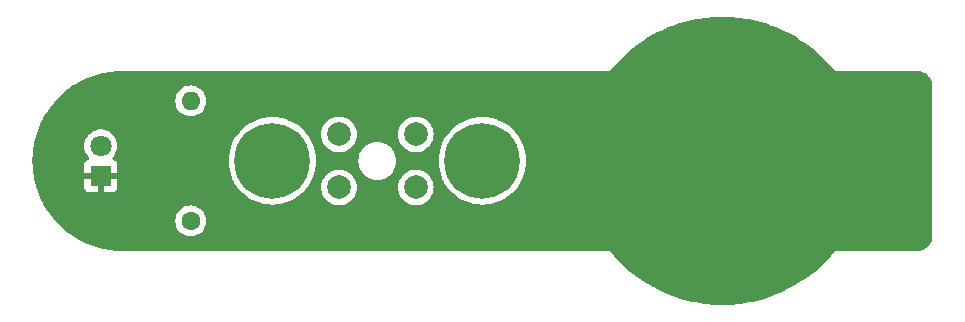
<source format=gbr>
%TF.GenerationSoftware,KiCad,Pcbnew,(7.0.0)*%
%TF.CreationDate,2023-02-26T22:34:47+01:00*%
%TF.ProjectId,Prj_1_LED_torch,50726a5f-315f-44c4-9544-5f746f726368,0.1*%
%TF.SameCoordinates,Original*%
%TF.FileFunction,Copper,L2,Bot*%
%TF.FilePolarity,Positive*%
%FSLAX46Y46*%
G04 Gerber Fmt 4.6, Leading zero omitted, Abs format (unit mm)*
G04 Created by KiCad (PCBNEW (7.0.0)) date 2023-02-26 22:34:47*
%MOMM*%
%LPD*%
G01*
G04 APERTURE LIST*
%TA.AperFunction,ComponentPad*%
%ADD10C,6.400000*%
%TD*%
%TA.AperFunction,ComponentPad*%
%ADD11C,2.000000*%
%TD*%
%TA.AperFunction,ComponentPad*%
%ADD12R,1.800000X1.800000*%
%TD*%
%TA.AperFunction,ComponentPad*%
%ADD13C,1.800000*%
%TD*%
%TA.AperFunction,ComponentPad*%
%ADD14C,1.600000*%
%TD*%
%TA.AperFunction,ComponentPad*%
%ADD15O,1.600000X1.600000*%
%TD*%
G04 APERTURE END LIST*
D10*
%TO.P,MH_1,1*%
%TO.N,N/C*%
X123190000Y-146050000D03*
%TD*%
%TO.P,MH_2,1*%
%TO.N,N/C*%
X140970000Y-146050000D03*
%TD*%
D11*
%TO.P,SW1,1,A*%
%TO.N,/bat_pos*%
X128830000Y-143800000D03*
X135330000Y-143800000D03*
%TO.P,SW1,2,B*%
%TO.N,Net-(SW1A-B)*%
X128830000Y-148300000D03*
X135330000Y-148300000D03*
%TD*%
D12*
%TO.P,D1,1,K*%
%TO.N,/LED_Cathode*%
X108659999Y-147319999D03*
D13*
%TO.P,D1,2,A*%
%TO.N,/LED_Anode*%
X108660000Y-144780000D03*
%TD*%
D14*
%TO.P,R1,1*%
%TO.N,Net-(SW1A-B)*%
X116280000Y-151130000D03*
D15*
%TO.P,R1,2*%
%TO.N,/LED_Anode*%
X116279999Y-140969999D03*
%TD*%
%TA.AperFunction,Conductor*%
%TO.N,/LED_Cathode*%
G36*
X161455766Y-133857192D02*
G01*
X161817561Y-133867326D01*
X161821048Y-133867475D01*
X162145210Y-133886236D01*
X162148344Y-133886459D01*
X162509141Y-133916839D01*
X162512893Y-133917215D01*
X162835234Y-133954651D01*
X162838084Y-133955017D01*
X163196819Y-134005574D01*
X163200832Y-134006208D01*
X163520152Y-134062150D01*
X163522825Y-134062650D01*
X163878409Y-134133256D01*
X163882645Y-134134174D01*
X164197682Y-134208351D01*
X164200141Y-134208957D01*
X164551688Y-134299476D01*
X164556044Y-134300684D01*
X164865862Y-134392817D01*
X164867874Y-134393437D01*
X165214487Y-134503710D01*
X165218956Y-134505228D01*
X165522131Y-134614818D01*
X165524015Y-134615517D01*
X165605076Y-134646402D01*
X165864567Y-134745269D01*
X165869239Y-134747158D01*
X166164565Y-134873648D01*
X166166185Y-134874357D01*
X166499973Y-135023428D01*
X166504693Y-135025657D01*
X166790893Y-135168340D01*
X166792388Y-135169098D01*
X167118528Y-135337248D01*
X167123338Y-135339864D01*
X167399115Y-135497870D01*
X167400372Y-135498600D01*
X167718310Y-135685754D01*
X167723121Y-135688737D01*
X167987027Y-135860925D01*
X167988012Y-135861574D01*
X168297292Y-136067776D01*
X168302114Y-136071161D01*
X168551072Y-136254943D01*
X168552434Y-136255948D01*
X168553242Y-136256550D01*
X168853669Y-136482123D01*
X168858466Y-136485915D01*
X169092741Y-136680740D01*
X169093291Y-136681201D01*
X169385589Y-136927420D01*
X169390352Y-136931647D01*
X169604450Y-137131714D01*
X169604858Y-137132097D01*
X169891379Y-137402273D01*
X169896064Y-137406933D01*
X170079074Y-137598923D01*
X170079259Y-137599211D01*
X170079306Y-137599167D01*
X170369374Y-137905124D01*
X170373935Y-137910210D01*
X170456673Y-138007716D01*
X170808968Y-138423654D01*
X170814567Y-138430264D01*
X170814616Y-138430383D01*
X170814689Y-138430413D01*
X170814921Y-138430703D01*
X170815175Y-138430500D01*
X177795126Y-138430500D01*
X177804853Y-138430882D01*
X177807530Y-138431092D01*
X177856632Y-138434957D01*
X177857244Y-138435008D01*
X177997579Y-138447285D01*
X178015698Y-138450236D01*
X178094494Y-138469153D01*
X178097476Y-138469910D01*
X178202793Y-138498130D01*
X178218150Y-138503343D01*
X178246451Y-138515065D01*
X178298496Y-138536622D01*
X178303376Y-138538770D01*
X178396788Y-138582329D01*
X178409135Y-138588963D01*
X178485163Y-138635553D01*
X178491477Y-138639694D01*
X178574166Y-138697594D01*
X178583551Y-138704860D01*
X178651975Y-138763299D01*
X178659124Y-138769908D01*
X178730090Y-138840874D01*
X178736699Y-138848023D01*
X178795135Y-138916442D01*
X178802410Y-138925839D01*
X178835869Y-138973624D01*
X178860299Y-139008513D01*
X178864451Y-139014845D01*
X178911028Y-139090852D01*
X178917676Y-139103224D01*
X178932221Y-139134414D01*
X178961208Y-139196577D01*
X178963388Y-139201531D01*
X178996655Y-139281848D01*
X179001868Y-139297205D01*
X179030067Y-139402442D01*
X179030866Y-139405589D01*
X179049760Y-139484290D01*
X179052714Y-139502430D01*
X179064967Y-139642487D01*
X179065057Y-139643562D01*
X179069118Y-139695145D01*
X179069500Y-139704877D01*
X179069500Y-152395123D01*
X179069117Y-152404855D01*
X179065056Y-152456436D01*
X179064967Y-152457511D01*
X179052714Y-152597568D01*
X179049760Y-152615708D01*
X179030866Y-152694409D01*
X179030067Y-152697556D01*
X179001868Y-152802793D01*
X178996655Y-152818150D01*
X178963388Y-152898467D01*
X178961208Y-152903421D01*
X178917680Y-152996767D01*
X178911025Y-153009153D01*
X178864451Y-153085153D01*
X178860299Y-153091485D01*
X178802414Y-153174154D01*
X178795129Y-153183563D01*
X178736699Y-153251975D01*
X178730090Y-153259124D01*
X178659124Y-153330090D01*
X178651975Y-153336699D01*
X178583563Y-153395129D01*
X178574154Y-153402414D01*
X178491485Y-153460299D01*
X178485153Y-153464451D01*
X178409153Y-153511025D01*
X178396767Y-153517680D01*
X178303421Y-153561208D01*
X178298467Y-153563388D01*
X178218150Y-153596655D01*
X178202793Y-153601868D01*
X178097556Y-153630067D01*
X178094409Y-153630866D01*
X178015708Y-153649760D01*
X177997568Y-153652714D01*
X177857511Y-153664967D01*
X177856436Y-153665056D01*
X177804855Y-153669117D01*
X177795123Y-153669500D01*
X170815175Y-153669500D01*
X170814921Y-153669297D01*
X170814689Y-153669586D01*
X170814616Y-153669617D01*
X170814567Y-153669735D01*
X170809156Y-153676123D01*
X170809155Y-153676124D01*
X170456586Y-154092387D01*
X170456513Y-154092473D01*
X170373927Y-154189798D01*
X170369366Y-154194882D01*
X170079306Y-154500831D01*
X170079074Y-154501075D01*
X169896064Y-154693065D01*
X169891379Y-154697725D01*
X169604858Y-154967901D01*
X169604450Y-154968284D01*
X169390352Y-155168351D01*
X169385577Y-155172588D01*
X169093342Y-155418755D01*
X169092741Y-155419258D01*
X168858484Y-155614069D01*
X168853651Y-155617889D01*
X168553242Y-155843448D01*
X168552434Y-155844050D01*
X168302132Y-156028825D01*
X168297273Y-156032235D01*
X167988055Y-156238395D01*
X167987027Y-156239073D01*
X167723142Y-156411247D01*
X167718287Y-156414258D01*
X167400374Y-156601397D01*
X167399115Y-156602128D01*
X167123338Y-156760134D01*
X167118517Y-156762756D01*
X166792391Y-156930898D01*
X166790893Y-156931658D01*
X166504713Y-157074331D01*
X166499953Y-157076579D01*
X166166248Y-157225613D01*
X166164504Y-157226376D01*
X165869239Y-157352840D01*
X165864567Y-157354729D01*
X165524038Y-157484472D01*
X165522042Y-157485213D01*
X165219000Y-157594755D01*
X165214440Y-157596304D01*
X164867994Y-157706524D01*
X164865746Y-157707216D01*
X164556078Y-157799304D01*
X164551653Y-157800531D01*
X164200162Y-157891036D01*
X164197661Y-157891652D01*
X163882678Y-157965816D01*
X163878409Y-157966742D01*
X163522825Y-158037348D01*
X163520072Y-158037863D01*
X163200867Y-158093784D01*
X163196774Y-158094431D01*
X162838158Y-158144971D01*
X162835159Y-158145356D01*
X162512966Y-158182775D01*
X162509065Y-158183166D01*
X162148396Y-158213535D01*
X162145157Y-158213765D01*
X161821149Y-158232518D01*
X161817456Y-158232676D01*
X161455767Y-158242807D01*
X161452295Y-158242856D01*
X161127705Y-158242856D01*
X161124233Y-158242807D01*
X160762542Y-158232676D01*
X160758849Y-158232518D01*
X160434841Y-158213765D01*
X160431602Y-158213535D01*
X160070933Y-158183166D01*
X160067032Y-158182775D01*
X159744839Y-158145356D01*
X159741840Y-158144971D01*
X159383224Y-158094431D01*
X159379131Y-158093784D01*
X159059926Y-158037863D01*
X159057173Y-158037348D01*
X158701589Y-157966742D01*
X158697320Y-157965816D01*
X158382337Y-157891652D01*
X158379836Y-157891036D01*
X158028345Y-157800531D01*
X158023920Y-157799304D01*
X157714252Y-157707216D01*
X157712004Y-157706524D01*
X157365558Y-157596304D01*
X157360998Y-157594755D01*
X157057956Y-157485213D01*
X157055960Y-157484472D01*
X156715431Y-157354729D01*
X156710759Y-157352840D01*
X156415494Y-157226376D01*
X156413750Y-157225613D01*
X156080045Y-157076579D01*
X156075285Y-157074331D01*
X155789105Y-156931658D01*
X155787607Y-156930898D01*
X155461481Y-156762756D01*
X155456660Y-156760134D01*
X155180883Y-156602128D01*
X155179624Y-156601397D01*
X154861711Y-156414258D01*
X154856856Y-156411247D01*
X154592971Y-156239073D01*
X154591943Y-156238395D01*
X154282725Y-156032235D01*
X154277866Y-156028825D01*
X154027564Y-155844050D01*
X154026756Y-155843448D01*
X153726347Y-155617889D01*
X153721514Y-155614069D01*
X153487257Y-155419258D01*
X153486656Y-155418755D01*
X153194421Y-155172588D01*
X153189646Y-155168351D01*
X152975548Y-154968284D01*
X152975140Y-154967901D01*
X152688619Y-154697725D01*
X152683934Y-154693065D01*
X152500925Y-154501075D01*
X152500693Y-154500832D01*
X152210632Y-154194883D01*
X152206071Y-154189797D01*
X152123383Y-154092350D01*
X152123310Y-154092265D01*
X151770980Y-153676285D01*
X151770979Y-153676284D01*
X151765432Y-153669735D01*
X151765384Y-153669617D01*
X151765310Y-153669586D01*
X151765079Y-153669297D01*
X151764825Y-153669500D01*
X110492214Y-153669500D01*
X110487788Y-153669421D01*
X109950863Y-153650244D01*
X109942034Y-153649613D01*
X109558269Y-153608354D01*
X109557961Y-153608320D01*
X109404415Y-153591424D01*
X109395962Y-153590198D01*
X109058377Y-153529292D01*
X109057870Y-153529199D01*
X108863032Y-153493210D01*
X108854889Y-153491421D01*
X108540609Y-153411207D01*
X108539911Y-153411027D01*
X108330176Y-153356194D01*
X108322381Y-153353880D01*
X108024344Y-153254684D01*
X108023466Y-153254389D01*
X107808623Y-153181095D01*
X107801207Y-153178297D01*
X107516927Y-153060544D01*
X107515883Y-153060106D01*
X107301075Y-152968823D01*
X107294067Y-152965584D01*
X107022960Y-152829877D01*
X107021767Y-152829271D01*
X106810163Y-152720478D01*
X106803588Y-152716842D01*
X106545641Y-152563795D01*
X106544380Y-152563037D01*
X106338479Y-152437377D01*
X106332374Y-152433399D01*
X106218664Y-152354449D01*
X106087959Y-152263699D01*
X106086559Y-152262712D01*
X105905467Y-152133152D01*
X105888496Y-152121010D01*
X105882848Y-152116719D01*
X105652647Y-151931211D01*
X105651133Y-151929972D01*
X105462509Y-151772997D01*
X105457333Y-151768440D01*
X105242058Y-151568012D01*
X105240489Y-151566525D01*
X105191644Y-151519433D01*
X105062738Y-151395151D01*
X105058067Y-151390398D01*
X104858492Y-151176037D01*
X104856896Y-151174290D01*
X104817212Y-151130000D01*
X114974532Y-151130000D01*
X114975004Y-151135395D01*
X114984685Y-151246056D01*
X114994365Y-151356692D01*
X114995762Y-151361907D01*
X114995764Y-151361916D01*
X115051858Y-151571263D01*
X115051861Y-151571271D01*
X115053261Y-151576496D01*
X115149432Y-151782734D01*
X115279953Y-151969139D01*
X115440861Y-152130047D01*
X115627266Y-152260568D01*
X115833504Y-152356739D01*
X116053308Y-152415635D01*
X116280000Y-152435468D01*
X116506692Y-152415635D01*
X116726496Y-152356739D01*
X116932734Y-152260568D01*
X117119139Y-152130047D01*
X117280047Y-151969139D01*
X117410568Y-151782734D01*
X117506739Y-151576496D01*
X117565635Y-151356692D01*
X117585468Y-151130000D01*
X117565635Y-150903308D01*
X117506739Y-150683504D01*
X117410568Y-150477266D01*
X117280047Y-150290861D01*
X117119139Y-150129953D01*
X116932734Y-149999432D01*
X116726496Y-149903261D01*
X116721271Y-149901861D01*
X116721263Y-149901858D01*
X116511916Y-149845764D01*
X116511907Y-149845762D01*
X116506692Y-149844365D01*
X116501304Y-149843893D01*
X116501301Y-149843893D01*
X116285395Y-149825004D01*
X116280000Y-149824532D01*
X116274605Y-149825004D01*
X116058698Y-149843893D01*
X116058693Y-149843893D01*
X116053308Y-149844365D01*
X116048094Y-149845762D01*
X116048083Y-149845764D01*
X115838736Y-149901858D01*
X115838724Y-149901862D01*
X115833504Y-149903261D01*
X115828599Y-149905547D01*
X115828594Y-149905550D01*
X115632176Y-149997142D01*
X115632172Y-149997144D01*
X115627266Y-149999432D01*
X115622833Y-150002535D01*
X115622826Y-150002540D01*
X115445296Y-150126847D01*
X115445291Y-150126850D01*
X115440861Y-150129953D01*
X115437037Y-150133776D01*
X115437031Y-150133782D01*
X115283782Y-150287031D01*
X115283776Y-150287037D01*
X115279953Y-150290861D01*
X115276850Y-150295291D01*
X115276847Y-150295296D01*
X115152540Y-150472826D01*
X115152535Y-150472833D01*
X115149432Y-150477266D01*
X115147144Y-150482172D01*
X115147142Y-150482176D01*
X115055550Y-150678594D01*
X115055547Y-150678599D01*
X115053261Y-150683504D01*
X115051862Y-150688724D01*
X115051858Y-150688736D01*
X114995764Y-150898083D01*
X114995762Y-150898094D01*
X114994365Y-150903308D01*
X114993893Y-150908693D01*
X114993893Y-150908698D01*
X114982431Y-151039711D01*
X114974532Y-151130000D01*
X104817212Y-151130000D01*
X104691307Y-150989483D01*
X104687107Y-150984541D01*
X104625989Y-150908698D01*
X104503950Y-150757257D01*
X104502382Y-150755270D01*
X104350132Y-150558099D01*
X104346422Y-150553034D01*
X104180392Y-150313906D01*
X104178832Y-150311605D01*
X104040982Y-150103244D01*
X104037756Y-150098099D01*
X103889503Y-149848232D01*
X103888060Y-149845731D01*
X103765450Y-149627263D01*
X103762710Y-149622098D01*
X103632929Y-149362828D01*
X103631538Y-149359957D01*
X103524999Y-149132690D01*
X103522728Y-149127545D01*
X103411897Y-148859974D01*
X103410686Y-148856934D01*
X103320849Y-148622046D01*
X103319052Y-148617019D01*
X103227694Y-148342532D01*
X103226621Y-148339143D01*
X103204169Y-148264518D01*
X107260000Y-148264518D01*
X107260353Y-148271114D01*
X107265573Y-148319667D01*
X107269111Y-148334641D01*
X107313547Y-148453777D01*
X107321962Y-148469189D01*
X107397498Y-148570092D01*
X107409907Y-148582501D01*
X107510810Y-148658037D01*
X107526222Y-148666452D01*
X107645358Y-148710888D01*
X107660332Y-148714426D01*
X107708885Y-148719646D01*
X107715482Y-148720000D01*
X108393674Y-148720000D01*
X108406549Y-148716549D01*
X108410000Y-148703674D01*
X108910000Y-148703674D01*
X108913450Y-148716549D01*
X108926326Y-148720000D01*
X109604518Y-148720000D01*
X109611114Y-148719646D01*
X109659667Y-148714426D01*
X109674641Y-148710888D01*
X109793777Y-148666452D01*
X109809189Y-148658037D01*
X109910092Y-148582501D01*
X109922501Y-148570092D01*
X109998037Y-148469189D01*
X110006452Y-148453777D01*
X110050888Y-148334641D01*
X110054426Y-148319667D01*
X110059646Y-148271114D01*
X110060000Y-148264518D01*
X110060000Y-147586326D01*
X110056549Y-147573450D01*
X110043674Y-147570000D01*
X108926326Y-147570000D01*
X108913450Y-147573450D01*
X108910000Y-147586326D01*
X108910000Y-148703674D01*
X108410000Y-148703674D01*
X108410000Y-147586326D01*
X108406549Y-147573450D01*
X108393674Y-147570000D01*
X107276326Y-147570000D01*
X107263450Y-147573450D01*
X107260000Y-147586326D01*
X107260000Y-148264518D01*
X103204169Y-148264518D01*
X103154081Y-148098031D01*
X103152711Y-148093103D01*
X103081238Y-147813075D01*
X103080370Y-147809443D01*
X103025570Y-147563437D01*
X103024592Y-147558584D01*
X102973308Y-147274333D01*
X102972685Y-147270529D01*
X102935957Y-147020969D01*
X102935357Y-147016257D01*
X102904498Y-146729225D01*
X102904124Y-146725079D01*
X102885708Y-146473456D01*
X102885463Y-146468966D01*
X102875163Y-146180558D01*
X102875084Y-146176133D01*
X102875084Y-145923867D01*
X102875163Y-145919442D01*
X102878932Y-145813913D01*
X102885463Y-145631027D01*
X102885707Y-145626548D01*
X102904125Y-145374910D01*
X102904497Y-145370784D01*
X102935359Y-145083729D01*
X102935955Y-145079043D01*
X102972688Y-144829450D01*
X102973304Y-144825686D01*
X102981547Y-144780000D01*
X107254700Y-144780000D01*
X107255124Y-144785117D01*
X107273441Y-145006186D01*
X107273442Y-145006195D01*
X107273866Y-145011305D01*
X107275123Y-145016272D01*
X107275125Y-145016279D01*
X107315671Y-145176389D01*
X107330843Y-145236300D01*
X107332903Y-145240996D01*
X107422016Y-145444154D01*
X107422019Y-145444159D01*
X107424076Y-145448849D01*
X107461696Y-145506431D01*
X107548219Y-145638865D01*
X107548222Y-145638869D01*
X107551021Y-145643153D01*
X107554486Y-145646917D01*
X107554490Y-145646922D01*
X107646167Y-145746509D01*
X107674940Y-145799262D01*
X107675533Y-145859348D01*
X107647806Y-145912658D01*
X107598271Y-145946673D01*
X107526226Y-145973544D01*
X107510810Y-145981962D01*
X107409907Y-146057498D01*
X107397498Y-146069907D01*
X107321962Y-146170810D01*
X107313547Y-146186222D01*
X107269111Y-146305358D01*
X107265573Y-146320332D01*
X107260353Y-146368885D01*
X107260000Y-146375482D01*
X107260000Y-147053674D01*
X107263450Y-147066549D01*
X107276326Y-147070000D01*
X110043674Y-147070000D01*
X110056549Y-147066549D01*
X110060000Y-147053674D01*
X110060000Y-146375482D01*
X110059646Y-146368885D01*
X110054426Y-146320332D01*
X110050888Y-146305358D01*
X110006452Y-146186222D01*
X109998037Y-146170810D01*
X109922501Y-146069907D01*
X109910092Y-146057498D01*
X109900076Y-146050000D01*
X119484422Y-146050000D01*
X119484592Y-146053244D01*
X119497535Y-146300217D01*
X119504722Y-146437338D01*
X119505227Y-146440531D01*
X119505229Y-146440543D01*
X119564889Y-146817224D01*
X119564891Y-146817237D01*
X119565398Y-146820433D01*
X119566235Y-146823557D01*
X119566237Y-146823566D01*
X119664947Y-147191957D01*
X119665786Y-147195087D01*
X119666943Y-147198102D01*
X119666946Y-147198110D01*
X119773298Y-147475165D01*
X119804786Y-147557194D01*
X119806255Y-147560077D01*
X119806259Y-147560086D01*
X119936699Y-147816089D01*
X119980875Y-147902789D01*
X120192124Y-148228084D01*
X120436219Y-148529516D01*
X120710484Y-148803781D01*
X121011916Y-149047876D01*
X121337211Y-149259125D01*
X121682806Y-149435214D01*
X122044913Y-149574214D01*
X122419567Y-149674602D01*
X122802662Y-149735278D01*
X123190000Y-149755578D01*
X123577338Y-149735278D01*
X123960433Y-149674602D01*
X124335087Y-149574214D01*
X124697194Y-149435214D01*
X125042789Y-149259125D01*
X125368084Y-149047876D01*
X125669516Y-148803781D01*
X125943781Y-148529516D01*
X126129640Y-148300000D01*
X127324357Y-148300000D01*
X127324781Y-148305117D01*
X127344467Y-148542701D01*
X127344468Y-148542709D01*
X127344892Y-148547821D01*
X127346149Y-148552788D01*
X127346151Y-148552795D01*
X127386186Y-148710888D01*
X127405937Y-148788881D01*
X127407997Y-148793577D01*
X127503766Y-149011910D01*
X127503769Y-149011916D01*
X127505827Y-149016607D01*
X127508627Y-149020893D01*
X127508631Y-149020900D01*
X127635610Y-149215255D01*
X127641836Y-149224785D01*
X127645310Y-149228559D01*
X127645311Y-149228560D01*
X127806784Y-149403967D01*
X127806787Y-149403970D01*
X127810256Y-149407738D01*
X128006491Y-149560474D01*
X128225190Y-149678828D01*
X128460386Y-149759571D01*
X128705665Y-149800500D01*
X128949201Y-149800500D01*
X128954335Y-149800500D01*
X129199614Y-149759571D01*
X129434810Y-149678828D01*
X129653509Y-149560474D01*
X129849744Y-149407738D01*
X130018164Y-149224785D01*
X130154173Y-149016607D01*
X130254063Y-148788881D01*
X130315108Y-148547821D01*
X130335643Y-148300000D01*
X133824357Y-148300000D01*
X133824781Y-148305117D01*
X133844467Y-148542701D01*
X133844468Y-148542709D01*
X133844892Y-148547821D01*
X133846149Y-148552788D01*
X133846151Y-148552795D01*
X133886186Y-148710888D01*
X133905937Y-148788881D01*
X133907997Y-148793577D01*
X134003766Y-149011910D01*
X134003769Y-149011916D01*
X134005827Y-149016607D01*
X134008627Y-149020893D01*
X134008631Y-149020900D01*
X134135610Y-149215255D01*
X134141836Y-149224785D01*
X134145310Y-149228559D01*
X134145311Y-149228560D01*
X134306784Y-149403967D01*
X134306787Y-149403970D01*
X134310256Y-149407738D01*
X134506491Y-149560474D01*
X134725190Y-149678828D01*
X134960386Y-149759571D01*
X135205665Y-149800500D01*
X135449201Y-149800500D01*
X135454335Y-149800500D01*
X135699614Y-149759571D01*
X135934810Y-149678828D01*
X136153509Y-149560474D01*
X136349744Y-149407738D01*
X136518164Y-149224785D01*
X136654173Y-149016607D01*
X136754063Y-148788881D01*
X136815108Y-148547821D01*
X136835643Y-148300000D01*
X136815108Y-148052179D01*
X136754063Y-147811119D01*
X136654173Y-147583393D01*
X136650656Y-147578010D01*
X136520971Y-147379512D01*
X136518164Y-147375215D01*
X136496224Y-147351382D01*
X136353215Y-147196032D01*
X136353211Y-147196029D01*
X136349744Y-147192262D01*
X136188228Y-147066549D01*
X136157559Y-147042678D01*
X136157557Y-147042676D01*
X136153509Y-147039526D01*
X136075599Y-146997363D01*
X135939316Y-146923610D01*
X135939310Y-146923607D01*
X135934810Y-146921172D01*
X135929969Y-146919510D01*
X135929962Y-146919507D01*
X135704465Y-146842094D01*
X135704461Y-146842093D01*
X135699614Y-146840429D01*
X135690768Y-146838952D01*
X135459398Y-146800344D01*
X135459387Y-146800343D01*
X135454335Y-146799500D01*
X135205665Y-146799500D01*
X135200613Y-146800343D01*
X135200601Y-146800344D01*
X134965443Y-146839585D01*
X134965441Y-146839585D01*
X134960386Y-146840429D01*
X134955541Y-146842092D01*
X134955534Y-146842094D01*
X134730037Y-146919507D01*
X134730026Y-146919511D01*
X134725190Y-146921172D01*
X134720693Y-146923605D01*
X134720683Y-146923610D01*
X134511002Y-147037084D01*
X134510995Y-147037088D01*
X134506491Y-147039526D01*
X134502448Y-147042672D01*
X134502440Y-147042678D01*
X134324053Y-147181523D01*
X134310256Y-147192262D01*
X134306793Y-147196023D01*
X134306784Y-147196032D01*
X134145311Y-147371439D01*
X134145305Y-147371446D01*
X134141836Y-147375215D01*
X134139031Y-147379506D01*
X134139028Y-147379512D01*
X134008631Y-147579099D01*
X134008624Y-147579111D01*
X134005827Y-147583393D01*
X134003772Y-147588077D01*
X134003766Y-147588089D01*
X133907997Y-147806422D01*
X133905937Y-147811119D01*
X133904679Y-147816084D01*
X133904678Y-147816089D01*
X133846151Y-148047204D01*
X133846149Y-148047213D01*
X133844892Y-148052179D01*
X133844468Y-148057288D01*
X133844467Y-148057298D01*
X133824781Y-148294883D01*
X133824357Y-148300000D01*
X130335643Y-148300000D01*
X130315108Y-148052179D01*
X130254063Y-147811119D01*
X130154173Y-147583393D01*
X130150656Y-147578010D01*
X130020971Y-147379512D01*
X130018164Y-147375215D01*
X129996224Y-147351382D01*
X129853215Y-147196032D01*
X129853211Y-147196029D01*
X129849744Y-147192262D01*
X129688228Y-147066549D01*
X129657559Y-147042678D01*
X129657557Y-147042676D01*
X129653509Y-147039526D01*
X129575599Y-146997363D01*
X129439316Y-146923610D01*
X129439310Y-146923607D01*
X129434810Y-146921172D01*
X129429969Y-146919510D01*
X129429962Y-146919507D01*
X129204465Y-146842094D01*
X129204461Y-146842093D01*
X129199614Y-146840429D01*
X129190768Y-146838952D01*
X128959398Y-146800344D01*
X128959387Y-146800343D01*
X128954335Y-146799500D01*
X128705665Y-146799500D01*
X128700613Y-146800343D01*
X128700601Y-146800344D01*
X128465443Y-146839585D01*
X128465441Y-146839585D01*
X128460386Y-146840429D01*
X128455541Y-146842092D01*
X128455534Y-146842094D01*
X128230037Y-146919507D01*
X128230026Y-146919511D01*
X128225190Y-146921172D01*
X128220693Y-146923605D01*
X128220683Y-146923610D01*
X128011002Y-147037084D01*
X128010995Y-147037088D01*
X128006491Y-147039526D01*
X128002448Y-147042672D01*
X128002440Y-147042678D01*
X127824053Y-147181523D01*
X127810256Y-147192262D01*
X127806793Y-147196023D01*
X127806784Y-147196032D01*
X127645311Y-147371439D01*
X127645305Y-147371446D01*
X127641836Y-147375215D01*
X127639031Y-147379506D01*
X127639028Y-147379512D01*
X127508631Y-147579099D01*
X127508624Y-147579111D01*
X127505827Y-147583393D01*
X127503772Y-147588077D01*
X127503766Y-147588089D01*
X127407997Y-147806422D01*
X127405937Y-147811119D01*
X127404679Y-147816084D01*
X127404678Y-147816089D01*
X127346151Y-148047204D01*
X127346149Y-148047213D01*
X127344892Y-148052179D01*
X127344468Y-148057288D01*
X127344467Y-148057298D01*
X127324781Y-148294883D01*
X127324357Y-148300000D01*
X126129640Y-148300000D01*
X126187876Y-148228084D01*
X126399125Y-147902789D01*
X126575214Y-147557194D01*
X126714214Y-147195087D01*
X126814602Y-146820433D01*
X126875278Y-146437338D01*
X126895578Y-146050000D01*
X130474551Y-146050000D01*
X130494317Y-146301148D01*
X130495452Y-146305877D01*
X130495453Y-146305881D01*
X130551989Y-146541374D01*
X130551991Y-146541382D01*
X130553127Y-146546111D01*
X130649534Y-146778859D01*
X130652081Y-146783016D01*
X130652082Y-146783017D01*
X130778617Y-146989504D01*
X130778622Y-146989511D01*
X130781164Y-146993659D01*
X130784324Y-146997358D01*
X130784327Y-146997363D01*
X130843418Y-147066549D01*
X130944776Y-147185224D01*
X130956324Y-147195087D01*
X131130705Y-147344023D01*
X131136341Y-147348836D01*
X131140491Y-147351379D01*
X131140495Y-147351382D01*
X131226208Y-147403907D01*
X131351141Y-147480466D01*
X131583889Y-147576873D01*
X131828852Y-147635683D01*
X132080000Y-147655449D01*
X132331148Y-147635683D01*
X132576111Y-147576873D01*
X132808859Y-147480466D01*
X133023659Y-147348836D01*
X133215224Y-147185224D01*
X133378836Y-146993659D01*
X133510466Y-146778859D01*
X133606873Y-146546111D01*
X133665683Y-146301148D01*
X133685449Y-146050000D01*
X137264422Y-146050000D01*
X137264592Y-146053244D01*
X137277535Y-146300217D01*
X137284722Y-146437338D01*
X137285227Y-146440531D01*
X137285229Y-146440543D01*
X137344889Y-146817224D01*
X137344891Y-146817237D01*
X137345398Y-146820433D01*
X137346235Y-146823557D01*
X137346237Y-146823566D01*
X137444947Y-147191957D01*
X137445786Y-147195087D01*
X137446943Y-147198102D01*
X137446946Y-147198110D01*
X137553298Y-147475165D01*
X137584786Y-147557194D01*
X137586255Y-147560077D01*
X137586259Y-147560086D01*
X137716699Y-147816089D01*
X137760875Y-147902789D01*
X137972124Y-148228084D01*
X138216219Y-148529516D01*
X138490484Y-148803781D01*
X138791916Y-149047876D01*
X139117211Y-149259125D01*
X139462806Y-149435214D01*
X139824913Y-149574214D01*
X140199567Y-149674602D01*
X140582662Y-149735278D01*
X140970000Y-149755578D01*
X141357338Y-149735278D01*
X141740433Y-149674602D01*
X142115087Y-149574214D01*
X142477194Y-149435214D01*
X142822789Y-149259125D01*
X143148084Y-149047876D01*
X143449516Y-148803781D01*
X143723781Y-148529516D01*
X143967876Y-148228084D01*
X144179125Y-147902789D01*
X144355214Y-147557194D01*
X144494214Y-147195087D01*
X144594602Y-146820433D01*
X144655278Y-146437338D01*
X144675578Y-146050000D01*
X144655278Y-145662662D01*
X144594602Y-145279567D01*
X144494214Y-144904913D01*
X144355214Y-144542806D01*
X144179125Y-144197211D01*
X143967876Y-143871916D01*
X143723781Y-143570484D01*
X143449516Y-143296219D01*
X143148084Y-143052124D01*
X142822789Y-142840875D01*
X142819901Y-142839403D01*
X142819895Y-142839400D01*
X142480086Y-142666259D01*
X142480077Y-142666255D01*
X142477194Y-142664786D01*
X142404179Y-142636758D01*
X142118110Y-142526946D01*
X142118102Y-142526943D01*
X142115087Y-142525786D01*
X142111962Y-142524948D01*
X142111957Y-142524947D01*
X141743566Y-142426237D01*
X141743557Y-142426235D01*
X141740433Y-142425398D01*
X141737237Y-142424891D01*
X141737224Y-142424889D01*
X141360543Y-142365229D01*
X141360531Y-142365227D01*
X141357338Y-142364722D01*
X141354103Y-142364552D01*
X141354099Y-142364552D01*
X140973244Y-142344592D01*
X140970000Y-142344422D01*
X140966756Y-142344592D01*
X140585900Y-142364552D01*
X140585894Y-142364552D01*
X140582662Y-142364722D01*
X140579470Y-142365227D01*
X140579456Y-142365229D01*
X140202775Y-142424889D01*
X140202758Y-142424892D01*
X140199567Y-142425398D01*
X140196446Y-142426234D01*
X140196433Y-142426237D01*
X139828042Y-142524947D01*
X139828031Y-142524950D01*
X139824913Y-142525786D01*
X139821902Y-142526941D01*
X139821889Y-142526946D01*
X139465837Y-142663622D01*
X139465828Y-142663625D01*
X139462806Y-142664786D01*
X139459929Y-142666251D01*
X139459913Y-142666259D01*
X139120104Y-142839400D01*
X139120090Y-142839408D01*
X139117211Y-142840875D01*
X139114491Y-142842641D01*
X139114483Y-142842646D01*
X138794644Y-143050352D01*
X138794638Y-143050355D01*
X138791916Y-143052124D01*
X138789396Y-143054164D01*
X138789390Y-143054169D01*
X138493002Y-143294179D01*
X138492991Y-143294188D01*
X138490484Y-143296219D01*
X138488199Y-143298503D01*
X138488189Y-143298513D01*
X138218513Y-143568189D01*
X138218503Y-143568199D01*
X138216219Y-143570484D01*
X138214188Y-143572991D01*
X138214179Y-143573002D01*
X137974169Y-143869390D01*
X137974164Y-143869396D01*
X137972124Y-143871916D01*
X137970355Y-143874638D01*
X137970352Y-143874644D01*
X137762646Y-144194483D01*
X137762641Y-144194491D01*
X137760875Y-144197211D01*
X137759408Y-144200090D01*
X137759400Y-144200104D01*
X137586259Y-144539913D01*
X137586251Y-144539929D01*
X137584786Y-144542806D01*
X137583625Y-144545828D01*
X137583622Y-144545837D01*
X137446946Y-144901889D01*
X137446941Y-144901902D01*
X137445786Y-144904913D01*
X137444950Y-144908031D01*
X137444947Y-144908042D01*
X137346237Y-145276433D01*
X137346234Y-145276446D01*
X137345398Y-145279567D01*
X137344892Y-145282758D01*
X137344889Y-145282775D01*
X137285229Y-145659456D01*
X137285227Y-145659470D01*
X137284722Y-145662662D01*
X137284552Y-145665894D01*
X137284552Y-145665900D01*
X137269837Y-145946673D01*
X137264422Y-146050000D01*
X133685449Y-146050000D01*
X133665683Y-145798852D01*
X133606873Y-145553889D01*
X133510466Y-145321141D01*
X133378836Y-145106341D01*
X133359572Y-145083786D01*
X133218384Y-144918476D01*
X133215224Y-144914776D01*
X133057422Y-144780000D01*
X133027363Y-144754327D01*
X133027358Y-144754324D01*
X133023659Y-144751164D01*
X133019511Y-144748622D01*
X133019504Y-144748617D01*
X132813017Y-144622082D01*
X132813016Y-144622081D01*
X132808859Y-144619534D01*
X132576111Y-144523127D01*
X132571382Y-144521991D01*
X132571374Y-144521989D01*
X132335881Y-144465453D01*
X132335877Y-144465452D01*
X132331148Y-144464317D01*
X132326295Y-144463935D01*
X132084854Y-144444933D01*
X132080000Y-144444551D01*
X132075146Y-144444933D01*
X131833704Y-144463935D01*
X131833702Y-144463935D01*
X131828852Y-144464317D01*
X131824124Y-144465451D01*
X131824118Y-144465453D01*
X131588625Y-144521989D01*
X131588613Y-144521992D01*
X131583889Y-144523127D01*
X131579392Y-144524989D01*
X131579388Y-144524991D01*
X131355645Y-144617668D01*
X131355640Y-144617670D01*
X131351141Y-144619534D01*
X131346988Y-144622078D01*
X131346982Y-144622082D01*
X131140495Y-144748617D01*
X131140482Y-144748626D01*
X131136341Y-144751164D01*
X131132646Y-144754319D01*
X131132636Y-144754327D01*
X130948476Y-144911615D01*
X130948469Y-144911621D01*
X130944776Y-144914776D01*
X130941621Y-144918469D01*
X130941615Y-144918476D01*
X130784327Y-145102636D01*
X130784319Y-145102646D01*
X130781164Y-145106341D01*
X130778626Y-145110482D01*
X130778617Y-145110495D01*
X130652082Y-145316982D01*
X130652078Y-145316988D01*
X130649534Y-145321141D01*
X130647670Y-145325640D01*
X130647668Y-145325645D01*
X130554991Y-145549388D01*
X130553127Y-145553889D01*
X130551992Y-145558613D01*
X130551989Y-145558625D01*
X130495453Y-145794118D01*
X130495451Y-145794124D01*
X130494317Y-145798852D01*
X130474551Y-146050000D01*
X126895578Y-146050000D01*
X126875278Y-145662662D01*
X126814602Y-145279567D01*
X126714214Y-144904913D01*
X126575214Y-144542806D01*
X126399125Y-144197211D01*
X126187876Y-143871916D01*
X126129640Y-143800000D01*
X127324357Y-143800000D01*
X127324781Y-143805117D01*
X127344467Y-144042701D01*
X127344468Y-144042709D01*
X127344892Y-144047821D01*
X127346149Y-144052788D01*
X127346151Y-144052795D01*
X127359843Y-144106862D01*
X127405937Y-144288881D01*
X127407997Y-144293577D01*
X127503766Y-144511910D01*
X127503769Y-144511916D01*
X127505827Y-144516607D01*
X127508627Y-144520893D01*
X127508631Y-144520900D01*
X127623091Y-144696093D01*
X127641836Y-144724785D01*
X127645310Y-144728559D01*
X127645311Y-144728560D01*
X127806784Y-144903967D01*
X127806787Y-144903970D01*
X127810256Y-144907738D01*
X128006491Y-145060474D01*
X128225190Y-145178828D01*
X128460386Y-145259571D01*
X128705665Y-145300500D01*
X128949201Y-145300500D01*
X128954335Y-145300500D01*
X129199614Y-145259571D01*
X129434810Y-145178828D01*
X129653509Y-145060474D01*
X129849744Y-144907738D01*
X130018164Y-144724785D01*
X130154173Y-144516607D01*
X130254063Y-144288881D01*
X130315108Y-144047821D01*
X130335643Y-143800000D01*
X133824357Y-143800000D01*
X133824781Y-143805117D01*
X133844467Y-144042701D01*
X133844468Y-144042709D01*
X133844892Y-144047821D01*
X133846149Y-144052788D01*
X133846151Y-144052795D01*
X133859843Y-144106862D01*
X133905937Y-144288881D01*
X133907997Y-144293577D01*
X134003766Y-144511910D01*
X134003769Y-144511916D01*
X134005827Y-144516607D01*
X134008627Y-144520893D01*
X134008631Y-144520900D01*
X134123091Y-144696093D01*
X134141836Y-144724785D01*
X134145310Y-144728559D01*
X134145311Y-144728560D01*
X134306784Y-144903967D01*
X134306787Y-144903970D01*
X134310256Y-144907738D01*
X134506491Y-145060474D01*
X134725190Y-145178828D01*
X134960386Y-145259571D01*
X135205665Y-145300500D01*
X135449201Y-145300500D01*
X135454335Y-145300500D01*
X135699614Y-145259571D01*
X135934810Y-145178828D01*
X136153509Y-145060474D01*
X136349744Y-144907738D01*
X136518164Y-144724785D01*
X136654173Y-144516607D01*
X136754063Y-144288881D01*
X136815108Y-144047821D01*
X136835643Y-143800000D01*
X136815108Y-143552179D01*
X136754063Y-143311119D01*
X136654173Y-143083393D01*
X136632586Y-143050352D01*
X136520971Y-142879512D01*
X136518164Y-142875215D01*
X136349744Y-142692262D01*
X136153509Y-142539526D01*
X136148997Y-142537084D01*
X135939316Y-142423610D01*
X135939310Y-142423607D01*
X135934810Y-142421172D01*
X135929969Y-142419510D01*
X135929962Y-142419507D01*
X135704465Y-142342094D01*
X135704461Y-142342093D01*
X135699614Y-142340429D01*
X135690768Y-142338952D01*
X135459398Y-142300344D01*
X135459387Y-142300343D01*
X135454335Y-142299500D01*
X135205665Y-142299500D01*
X135200613Y-142300343D01*
X135200601Y-142300344D01*
X134965443Y-142339585D01*
X134965441Y-142339585D01*
X134960386Y-142340429D01*
X134955541Y-142342092D01*
X134955534Y-142342094D01*
X134730037Y-142419507D01*
X134730026Y-142419511D01*
X134725190Y-142421172D01*
X134720693Y-142423605D01*
X134720683Y-142423610D01*
X134511002Y-142537084D01*
X134510995Y-142537088D01*
X134506491Y-142539526D01*
X134502448Y-142542672D01*
X134502440Y-142542678D01*
X134314304Y-142689111D01*
X134310256Y-142692262D01*
X134306793Y-142696023D01*
X134306784Y-142696032D01*
X134145311Y-142871439D01*
X134145305Y-142871446D01*
X134141836Y-142875215D01*
X134139031Y-142879506D01*
X134139028Y-142879512D01*
X134008631Y-143079099D01*
X134008624Y-143079111D01*
X134005827Y-143083393D01*
X134003772Y-143088077D01*
X134003766Y-143088089D01*
X133907997Y-143306422D01*
X133905937Y-143311119D01*
X133904679Y-143316084D01*
X133904678Y-143316089D01*
X133846151Y-143547204D01*
X133846149Y-143547213D01*
X133844892Y-143552179D01*
X133844468Y-143557288D01*
X133844467Y-143557298D01*
X133824781Y-143794883D01*
X133824357Y-143800000D01*
X130335643Y-143800000D01*
X130315108Y-143552179D01*
X130254063Y-143311119D01*
X130154173Y-143083393D01*
X130132586Y-143050352D01*
X130020971Y-142879512D01*
X130018164Y-142875215D01*
X129849744Y-142692262D01*
X129653509Y-142539526D01*
X129648997Y-142537084D01*
X129439316Y-142423610D01*
X129439310Y-142423607D01*
X129434810Y-142421172D01*
X129429969Y-142419510D01*
X129429962Y-142419507D01*
X129204465Y-142342094D01*
X129204461Y-142342093D01*
X129199614Y-142340429D01*
X129190768Y-142338952D01*
X128959398Y-142300344D01*
X128959387Y-142300343D01*
X128954335Y-142299500D01*
X128705665Y-142299500D01*
X128700613Y-142300343D01*
X128700601Y-142300344D01*
X128465443Y-142339585D01*
X128465441Y-142339585D01*
X128460386Y-142340429D01*
X128455541Y-142342092D01*
X128455534Y-142342094D01*
X128230037Y-142419507D01*
X128230026Y-142419511D01*
X128225190Y-142421172D01*
X128220693Y-142423605D01*
X128220683Y-142423610D01*
X128011002Y-142537084D01*
X128010995Y-142537088D01*
X128006491Y-142539526D01*
X128002448Y-142542672D01*
X128002440Y-142542678D01*
X127814304Y-142689111D01*
X127810256Y-142692262D01*
X127806793Y-142696023D01*
X127806784Y-142696032D01*
X127645311Y-142871439D01*
X127645305Y-142871446D01*
X127641836Y-142875215D01*
X127639031Y-142879506D01*
X127639028Y-142879512D01*
X127508631Y-143079099D01*
X127508624Y-143079111D01*
X127505827Y-143083393D01*
X127503772Y-143088077D01*
X127503766Y-143088089D01*
X127407997Y-143306422D01*
X127405937Y-143311119D01*
X127404679Y-143316084D01*
X127404678Y-143316089D01*
X127346151Y-143547204D01*
X127346149Y-143547213D01*
X127344892Y-143552179D01*
X127344468Y-143557288D01*
X127344467Y-143557298D01*
X127324781Y-143794883D01*
X127324357Y-143800000D01*
X126129640Y-143800000D01*
X125943781Y-143570484D01*
X125669516Y-143296219D01*
X125368084Y-143052124D01*
X125042789Y-142840875D01*
X125039901Y-142839403D01*
X125039895Y-142839400D01*
X124700086Y-142666259D01*
X124700077Y-142666255D01*
X124697194Y-142664786D01*
X124624179Y-142636758D01*
X124338110Y-142526946D01*
X124338102Y-142526943D01*
X124335087Y-142525786D01*
X124331962Y-142524948D01*
X124331957Y-142524947D01*
X123963566Y-142426237D01*
X123963557Y-142426235D01*
X123960433Y-142425398D01*
X123957237Y-142424891D01*
X123957224Y-142424889D01*
X123580543Y-142365229D01*
X123580531Y-142365227D01*
X123577338Y-142364722D01*
X123574103Y-142364552D01*
X123574099Y-142364552D01*
X123193244Y-142344592D01*
X123190000Y-142344422D01*
X123186756Y-142344592D01*
X122805900Y-142364552D01*
X122805894Y-142364552D01*
X122802662Y-142364722D01*
X122799470Y-142365227D01*
X122799456Y-142365229D01*
X122422775Y-142424889D01*
X122422758Y-142424892D01*
X122419567Y-142425398D01*
X122416446Y-142426234D01*
X122416433Y-142426237D01*
X122048042Y-142524947D01*
X122048031Y-142524950D01*
X122044913Y-142525786D01*
X122041902Y-142526941D01*
X122041889Y-142526946D01*
X121685837Y-142663622D01*
X121685828Y-142663625D01*
X121682806Y-142664786D01*
X121679929Y-142666251D01*
X121679913Y-142666259D01*
X121340104Y-142839400D01*
X121340090Y-142839408D01*
X121337211Y-142840875D01*
X121334491Y-142842641D01*
X121334483Y-142842646D01*
X121014644Y-143050352D01*
X121014638Y-143050355D01*
X121011916Y-143052124D01*
X121009396Y-143054164D01*
X121009390Y-143054169D01*
X120713002Y-143294179D01*
X120712991Y-143294188D01*
X120710484Y-143296219D01*
X120708199Y-143298503D01*
X120708189Y-143298513D01*
X120438513Y-143568189D01*
X120438503Y-143568199D01*
X120436219Y-143570484D01*
X120434188Y-143572991D01*
X120434179Y-143573002D01*
X120194169Y-143869390D01*
X120194164Y-143869396D01*
X120192124Y-143871916D01*
X120190355Y-143874638D01*
X120190352Y-143874644D01*
X119982646Y-144194483D01*
X119982641Y-144194491D01*
X119980875Y-144197211D01*
X119979408Y-144200090D01*
X119979400Y-144200104D01*
X119806259Y-144539913D01*
X119806251Y-144539929D01*
X119804786Y-144542806D01*
X119803625Y-144545828D01*
X119803622Y-144545837D01*
X119666946Y-144901889D01*
X119666941Y-144901902D01*
X119665786Y-144904913D01*
X119664950Y-144908031D01*
X119664947Y-144908042D01*
X119566237Y-145276433D01*
X119566234Y-145276446D01*
X119565398Y-145279567D01*
X119564892Y-145282758D01*
X119564889Y-145282775D01*
X119505229Y-145659456D01*
X119505227Y-145659470D01*
X119504722Y-145662662D01*
X119504552Y-145665894D01*
X119504552Y-145665900D01*
X119489837Y-145946673D01*
X119484422Y-146050000D01*
X109900076Y-146050000D01*
X109809189Y-145981962D01*
X109793779Y-145973548D01*
X109721728Y-145946674D01*
X109672193Y-145912658D01*
X109644466Y-145859348D01*
X109645059Y-145799261D01*
X109673833Y-145746509D01*
X109765503Y-145646929D01*
X109765503Y-145646928D01*
X109768979Y-145643153D01*
X109895924Y-145448849D01*
X109989157Y-145236300D01*
X110046134Y-145011305D01*
X110065300Y-144780000D01*
X110046134Y-144548695D01*
X109989157Y-144323700D01*
X109895924Y-144111151D01*
X109768979Y-143916847D01*
X109611784Y-143746087D01*
X109428626Y-143603530D01*
X109324545Y-143547204D01*
X109229007Y-143495501D01*
X109229002Y-143495499D01*
X109224503Y-143493064D01*
X109219657Y-143491400D01*
X109219654Y-143491399D01*
X109009834Y-143419368D01*
X109009833Y-143419367D01*
X109004981Y-143417702D01*
X108999931Y-143416859D01*
X108999922Y-143416857D01*
X108781111Y-143380344D01*
X108781102Y-143380343D01*
X108776049Y-143379500D01*
X108543951Y-143379500D01*
X108538898Y-143380343D01*
X108538888Y-143380344D01*
X108320077Y-143416857D01*
X108320065Y-143416859D01*
X108315019Y-143417702D01*
X108310169Y-143419366D01*
X108310165Y-143419368D01*
X108100345Y-143491399D01*
X108100337Y-143491402D01*
X108095497Y-143493064D01*
X108091001Y-143495496D01*
X108090992Y-143495501D01*
X107895882Y-143601090D01*
X107895878Y-143601092D01*
X107891374Y-143603530D01*
X107887334Y-143606674D01*
X107887327Y-143606679D01*
X107712263Y-143742936D01*
X107712255Y-143742943D01*
X107708216Y-143746087D01*
X107704746Y-143749855D01*
X107704742Y-143749860D01*
X107554491Y-143913077D01*
X107554488Y-143913080D01*
X107551021Y-143916847D01*
X107548226Y-143921124D01*
X107548219Y-143921134D01*
X107426878Y-144106862D01*
X107424076Y-144111151D01*
X107422021Y-144115835D01*
X107422016Y-144115845D01*
X107344056Y-144293577D01*
X107330843Y-144323700D01*
X107329585Y-144328665D01*
X107329584Y-144328670D01*
X107275125Y-144543720D01*
X107275123Y-144543729D01*
X107273866Y-144548695D01*
X107273442Y-144553802D01*
X107273441Y-144553813D01*
X107255200Y-144773955D01*
X107254700Y-144780000D01*
X102981547Y-144780000D01*
X103024595Y-144541395D01*
X103025566Y-144536581D01*
X103080377Y-144290526D01*
X103081230Y-144286954D01*
X103152718Y-144006870D01*
X103154073Y-144001992D01*
X103226628Y-143760832D01*
X103227680Y-143757506D01*
X103319062Y-143482950D01*
X103320838Y-143477982D01*
X103410705Y-143243015D01*
X103411875Y-143240077D01*
X103522742Y-142972421D01*
X103524985Y-142967338D01*
X103631545Y-142740024D01*
X103632904Y-142737220D01*
X103762729Y-142477862D01*
X103765430Y-142472771D01*
X103888101Y-142254195D01*
X103889460Y-142251839D01*
X104037785Y-142001851D01*
X104040951Y-141996802D01*
X104178900Y-141788292D01*
X104180321Y-141786196D01*
X104346445Y-141546931D01*
X104350122Y-141541912D01*
X104502444Y-141344648D01*
X104503870Y-141342841D01*
X104687142Y-141115415D01*
X104691290Y-141110534D01*
X104817210Y-140970000D01*
X114974532Y-140970000D01*
X114994365Y-141196692D01*
X114995762Y-141201907D01*
X114995764Y-141201916D01*
X115051858Y-141411263D01*
X115051861Y-141411271D01*
X115053261Y-141416496D01*
X115149432Y-141622734D01*
X115279953Y-141809139D01*
X115440861Y-141970047D01*
X115627266Y-142100568D01*
X115833504Y-142196739D01*
X115838734Y-142198140D01*
X115838736Y-142198141D01*
X116047934Y-142254195D01*
X116053308Y-142255635D01*
X116280000Y-142275468D01*
X116506692Y-142255635D01*
X116726496Y-142196739D01*
X116932734Y-142100568D01*
X117119139Y-141970047D01*
X117280047Y-141809139D01*
X117410568Y-141622734D01*
X117506739Y-141416496D01*
X117565635Y-141196692D01*
X117585468Y-140970000D01*
X117565635Y-140743308D01*
X117506739Y-140523504D01*
X117410568Y-140317266D01*
X117280047Y-140130861D01*
X117119139Y-139969953D01*
X116932734Y-139839432D01*
X116726496Y-139743261D01*
X116721271Y-139741861D01*
X116721263Y-139741858D01*
X116511916Y-139685764D01*
X116511907Y-139685762D01*
X116506692Y-139684365D01*
X116501304Y-139683893D01*
X116501301Y-139683893D01*
X116285395Y-139665004D01*
X116280000Y-139664532D01*
X116274605Y-139665004D01*
X116058698Y-139683893D01*
X116058693Y-139683893D01*
X116053308Y-139684365D01*
X116048094Y-139685762D01*
X116048083Y-139685764D01*
X115838736Y-139741858D01*
X115838724Y-139741862D01*
X115833504Y-139743261D01*
X115828599Y-139745547D01*
X115828594Y-139745550D01*
X115632176Y-139837142D01*
X115632172Y-139837144D01*
X115627266Y-139839432D01*
X115622833Y-139842535D01*
X115622826Y-139842540D01*
X115445296Y-139966847D01*
X115445291Y-139966850D01*
X115440861Y-139969953D01*
X115437037Y-139973776D01*
X115437031Y-139973782D01*
X115283782Y-140127031D01*
X115283776Y-140127037D01*
X115279953Y-140130861D01*
X115276850Y-140135291D01*
X115276847Y-140135296D01*
X115152540Y-140312826D01*
X115152535Y-140312833D01*
X115149432Y-140317266D01*
X115147144Y-140322172D01*
X115147142Y-140322176D01*
X115055550Y-140518594D01*
X115055547Y-140518599D01*
X115053261Y-140523504D01*
X115051862Y-140528724D01*
X115051858Y-140528736D01*
X114995764Y-140738083D01*
X114995762Y-140738094D01*
X114994365Y-140743308D01*
X114993893Y-140748693D01*
X114993893Y-140748698D01*
X114978560Y-140923961D01*
X114974532Y-140970000D01*
X104817210Y-140970000D01*
X104856896Y-140925708D01*
X104858492Y-140923961D01*
X104870628Y-140910925D01*
X105058105Y-140709560D01*
X105062700Y-140704884D01*
X105240587Y-140533379D01*
X105241958Y-140532080D01*
X105457361Y-140331532D01*
X105462479Y-140327026D01*
X105651289Y-140169897D01*
X105652547Y-140168868D01*
X105882879Y-139983255D01*
X105888451Y-139979021D01*
X106086780Y-139837129D01*
X106087747Y-139836447D01*
X106332415Y-139666571D01*
X106338431Y-139662651D01*
X106544600Y-139536828D01*
X106545419Y-139536335D01*
X106803622Y-139383136D01*
X106810154Y-139379524D01*
X107021767Y-139270727D01*
X107022849Y-139270177D01*
X107294101Y-139134398D01*
X107301041Y-139131190D01*
X107516045Y-139039823D01*
X107516715Y-139039542D01*
X107801251Y-138921684D01*
X107808579Y-138918919D01*
X108023699Y-138845530D01*
X108023761Y-138845509D01*
X108322395Y-138746113D01*
X108330162Y-138743807D01*
X108540038Y-138688938D01*
X108854902Y-138608573D01*
X108863019Y-138606790D01*
X109058084Y-138570759D01*
X109395980Y-138509797D01*
X109404395Y-138508576D01*
X109557904Y-138491684D01*
X109557968Y-138491678D01*
X109558277Y-138491714D01*
X109558270Y-138491645D01*
X109942054Y-138450384D01*
X109950843Y-138449756D01*
X110487788Y-138430578D01*
X110492214Y-138430500D01*
X151764825Y-138430500D01*
X151765079Y-138430703D01*
X151765310Y-138430413D01*
X151765384Y-138430383D01*
X151765432Y-138430264D01*
X152123922Y-138007012D01*
X152206101Y-137910165D01*
X152210625Y-137905124D01*
X152500694Y-137599167D01*
X152500756Y-137599226D01*
X152500921Y-137598928D01*
X152683972Y-137406894D01*
X152688579Y-137402312D01*
X152975363Y-137131887D01*
X153189695Y-136931603D01*
X153194371Y-136927454D01*
X153487061Y-136680903D01*
X153721571Y-136485883D01*
X153726290Y-136482153D01*
X154027106Y-136256288D01*
X154027348Y-136256108D01*
X154277923Y-136071132D01*
X154282666Y-136067803D01*
X154592202Y-135861431D01*
X154592741Y-135861076D01*
X154856917Y-135688712D01*
X154861649Y-135685777D01*
X155179779Y-135498510D01*
X155180803Y-135497916D01*
X155456688Y-135339848D01*
X155461432Y-135337268D01*
X155787739Y-135169032D01*
X155788988Y-135168399D01*
X156075342Y-135025639D01*
X156079989Y-135023445D01*
X156413917Y-134874311D01*
X156415339Y-134873689D01*
X156710794Y-134747143D01*
X156715431Y-134745269D01*
X157056066Y-134615486D01*
X157057792Y-134614845D01*
X157361074Y-134505216D01*
X157365480Y-134503720D01*
X157712186Y-134393417D01*
X157714078Y-134392835D01*
X158023983Y-134300676D01*
X158028283Y-134299484D01*
X158379904Y-134208945D01*
X158382272Y-134208361D01*
X158697378Y-134134169D01*
X158701589Y-134133256D01*
X159057216Y-134062641D01*
X159059815Y-134062155D01*
X159379186Y-134006205D01*
X159383161Y-134005576D01*
X159741934Y-133955014D01*
X159744744Y-133954654D01*
X160067119Y-133917214D01*
X160070846Y-133916840D01*
X160431665Y-133886458D01*
X160434778Y-133886237D01*
X160758957Y-133867475D01*
X160762433Y-133867326D01*
X161124233Y-133857192D01*
X161127703Y-133857144D01*
X161452297Y-133857144D01*
X161455766Y-133857192D01*
G37*
%TD.AperFunction*%
%TD*%
M02*

</source>
